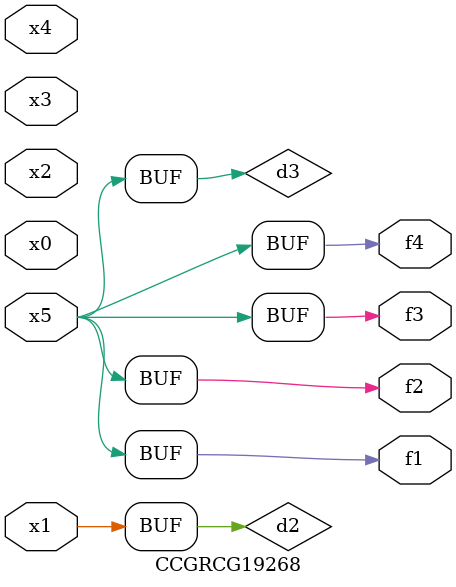
<source format=v>
module CCGRCG19268(
	input x0, x1, x2, x3, x4, x5,
	output f1, f2, f3, f4
);

	wire d1, d2, d3;

	not (d1, x5);
	or (d2, x1);
	xnor (d3, d1);
	assign f1 = d3;
	assign f2 = d3;
	assign f3 = d3;
	assign f4 = d3;
endmodule

</source>
